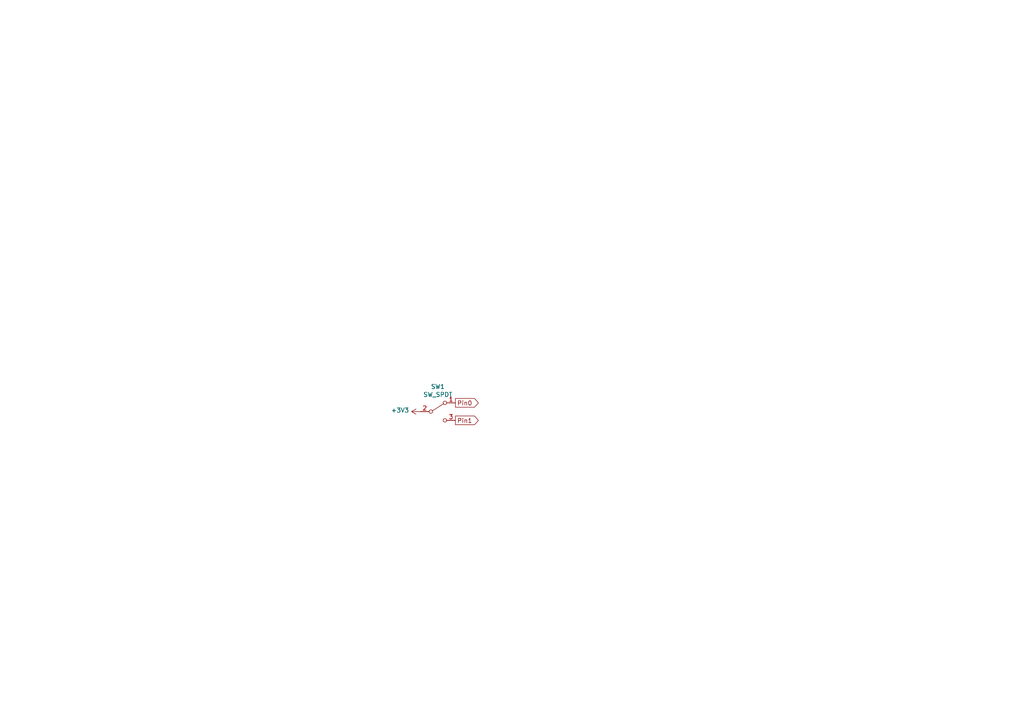
<source format=kicad_sch>
(kicad_sch (version 20211123) (generator eeschema)
  (paper "A4")
  (lib_symbols
    (symbol "Switch:SW_SPDT" (pin_names (offset 0) hide)
      (property "Reference" "SW" (at 0 4.318 0))
      (property "Value" "SW_SPDT" (at 0 -5.08 0))
      (symbol "SW_SPDT_0_0"
        (circle (center -2.032 0) (radius 0.508))
        (circle (center 2.032 -2.54) (radius 0.508))
      )
      (symbol "SW_SPDT_0_1"
        (polyline (pts (xy -1.524 0.254) (xy 1.651 2.286)))
        (circle (center 2.032 2.54) (radius 0.508))
      )
      (symbol "SW_SPDT_1_1"
        (pin passive line (at 5.08 2.54 180) (length 2.54) (name "A") (number "1"))
        (pin passive line (at -5.08 0 0) (length 2.54) (name "B") (number "2"))
        (pin passive line (at 5.08 -2.54 180) (length 2.54) (name "C") (number "3"))
      )
    )
    (symbol "power:+3V3" (power) (pin_names (offset 0))
      (property "Value" "+3V3" (at 0 3.556 0))
      (symbol "+3V3_0_1"
        (polyline (pts (xy -0.762 1.27) (xy 0 2.54)))
        (polyline (pts (xy 0 0) (xy 0 2.54)))
        (polyline (pts (xy 0 2.54) (xy 0.762 1.27)))
      )
      (symbol "+3V3_1_1"
        (pin power_in line (at 0 0 90) (length 0) hide (name "+3V3") (number "1"))
      )
    )
  )
  (global_label "Pin1" (shape output) (at 132.08 121.92 0) (property "Intersheet References" "${INTERSHEET_REFS}" (effects hide)))
  (global_label "Pin0" (shape output) (at 132.08 116.84 0) (property "Intersheet References" "${INTERSHEET_REFS}" (effects hide)))
  (symbol (lib_id "Switch:SW_SPDT") (at 127 119.38 0) (unit 1)
    (property "Reference" "SW1" (at 127 112.141 0))
    (property "Value" "SW_SPDT" (at 127 114.4524 0))
    (property "Footprint" "Switch_Thonk:SW_SPDT_Dailywell" (effects hide))
    (property "Datasheet" "https://www.thonk.co.uk/wp-content/uploads/2017/05/DW1-SPDT-ON-ON-2MS1T1B1M2QES.pdf" (effects hide))
    (property "Device" "Toggle Switch" (effects hide))
    (property "Description" "DW1 - SPDT ON-ON - Dailywell Sub-mini Toggle Switch" (effects hide))
    (property "Place" "No" (effects hide))
    (property "Dist" "Thonk" (effects hide))
    (property "DistPartNumber" "DW1" (effects hide))
    (property "DistLink" "https://www.thonk.co.uk/shop/sub-mini-toggle-switches/" (effects hide))
    (property "Simulator" "erb::Dailywell2Ms1" (effects hide))
    (property "NbrPositions" "2" (effects hide))
  )
  (symbol (lib_id "power:+3V3") (at 121.92 119.38 90) (unit 1)
    (property "Reference" "#PWR?" (effects hide))
    (property "Value" "+3V3" (at 118.6688 118.999 90) (effects (justify left)))
  )
)
</source>
